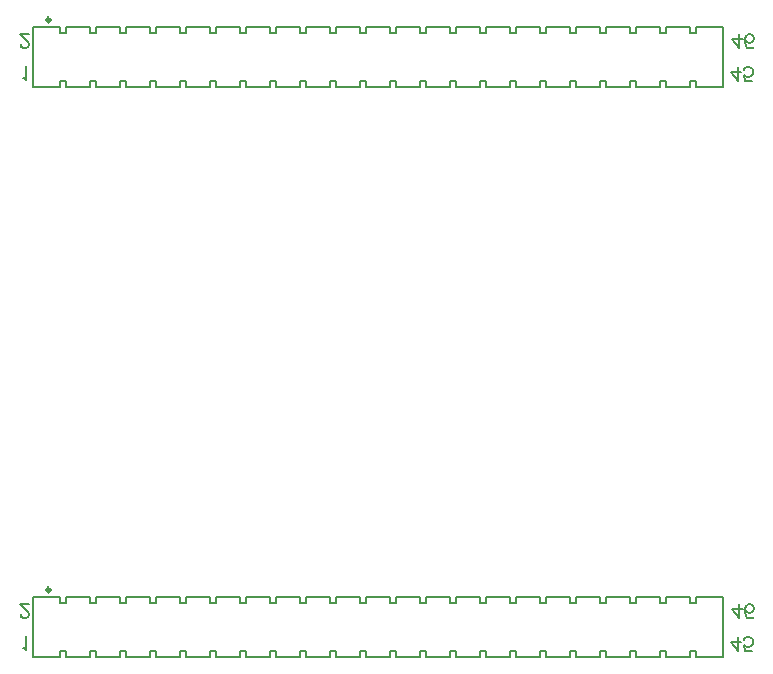
<source format=gbo>
G04 Layer_Color=32896*
%FSLAX23Y23*%
%MOIN*%
G70*
G01*
G75*
%ADD77C,0.008*%
%ADD78C,0.012*%
D77*
X2835Y1925D02*
Y1945D01*
Y2105D02*
Y2125D01*
X2915Y2105D02*
Y2125D01*
Y1925D02*
Y1945D01*
X2835Y1925D02*
X2915D01*
X2835Y2125D02*
X2915D01*
X2815Y2105D02*
X2835D01*
X2815Y1945D02*
X2835D01*
X2820Y2105D02*
X2830D01*
X2820Y1945D02*
X2830D01*
X3025Y1925D02*
Y2125D01*
X2935Y1925D02*
Y1945D01*
Y2105D02*
Y2125D01*
X3025D01*
Y1925D02*
Y2125D01*
X2935Y1925D02*
X3025D01*
X2915Y2105D02*
X2935D01*
X2915Y1945D02*
X2935D01*
X2920Y2105D02*
X2930D01*
X2920Y1945D02*
X2930D01*
X2735Y1925D02*
Y1945D01*
Y2105D02*
Y2125D01*
X2815Y2105D02*
Y2125D01*
Y1925D02*
Y1945D01*
X2735Y1925D02*
X2815D01*
X2735Y2125D02*
X2815D01*
X2635Y1925D02*
Y1945D01*
Y2105D02*
Y2125D01*
X2715Y2105D02*
Y2125D01*
Y1925D02*
Y1945D01*
Y2105D02*
X2735D01*
X2715Y1945D02*
X2735D01*
X2635Y1925D02*
X2715D01*
X2635Y2125D02*
X2715D01*
X2720Y2105D02*
X2730D01*
X2720Y1945D02*
X2730D01*
X2535Y1925D02*
Y1945D01*
Y2105D02*
Y2125D01*
X2615Y2105D02*
Y2125D01*
Y1925D02*
Y1945D01*
Y2105D02*
X2635D01*
X2615Y1945D02*
X2635D01*
X2535Y1925D02*
X2615D01*
X2535Y2125D02*
X2615D01*
X2620Y2105D02*
X2630D01*
X2620Y1945D02*
X2630D01*
X2435Y1925D02*
Y1945D01*
Y2105D02*
Y2125D01*
X2515Y2105D02*
Y2125D01*
Y1925D02*
Y1945D01*
Y2105D02*
X2535D01*
X2515Y1945D02*
X2535D01*
X2435Y1925D02*
X2515D01*
X2435Y2125D02*
X2515D01*
X2520Y2105D02*
X2530D01*
X2520Y1945D02*
X2530D01*
X2335Y1925D02*
Y1945D01*
Y2105D02*
Y2125D01*
X2415Y2105D02*
Y2125D01*
Y1925D02*
Y1945D01*
Y2105D02*
X2435D01*
X2415Y1945D02*
X2435D01*
X2335Y1925D02*
X2415D01*
X2335Y2125D02*
X2415D01*
X2420Y2105D02*
X2430D01*
X2420Y1945D02*
X2430D01*
X2235Y1925D02*
Y1945D01*
Y2105D02*
Y2125D01*
X2315Y2105D02*
Y2125D01*
Y1925D02*
Y1945D01*
Y2105D02*
X2335D01*
X2315Y1945D02*
X2335D01*
X2235Y1925D02*
X2315D01*
X2235Y2125D02*
X2315D01*
X2320Y2105D02*
X2330D01*
X2320Y1945D02*
X2330D01*
X2135Y1925D02*
Y1945D01*
Y2105D02*
Y2125D01*
X2215Y2105D02*
Y2125D01*
Y1925D02*
Y1945D01*
Y2105D02*
X2235D01*
X2215Y1945D02*
X2235D01*
X2135Y1925D02*
X2215D01*
X2135Y2125D02*
X2215D01*
X2220Y2105D02*
X2230D01*
X2220Y1945D02*
X2230D01*
X2035Y1925D02*
Y1945D01*
Y2105D02*
Y2125D01*
X2115Y2105D02*
Y2125D01*
Y1925D02*
Y1945D01*
Y2105D02*
X2135D01*
X2115Y1945D02*
X2135D01*
X2035Y1925D02*
X2115D01*
X2035Y2125D02*
X2115D01*
X2120Y2105D02*
X2130D01*
X2120Y1945D02*
X2130D01*
X1935Y1925D02*
Y1945D01*
Y2105D02*
Y2125D01*
X2015Y2105D02*
Y2125D01*
Y1925D02*
Y1945D01*
Y2105D02*
X2035D01*
X2015Y1945D02*
X2035D01*
X1935Y1925D02*
X2015D01*
X1935Y2125D02*
X2015D01*
X2020Y2105D02*
X2030D01*
X2020Y1945D02*
X2030D01*
X1835Y1925D02*
Y1945D01*
Y2105D02*
Y2125D01*
X1915Y2105D02*
Y2125D01*
Y1925D02*
Y1945D01*
Y2105D02*
X1935D01*
X1915Y1945D02*
X1935D01*
X1835Y1925D02*
X1915D01*
X1835Y2125D02*
X1915D01*
X1920Y2105D02*
X1930D01*
X1920Y1945D02*
X1930D01*
X1735Y1925D02*
Y1945D01*
Y2105D02*
Y2125D01*
X1815Y2105D02*
Y2125D01*
Y1925D02*
Y1945D01*
Y2105D02*
X1835D01*
X1815Y1945D02*
X1835D01*
X1735Y1925D02*
X1815D01*
X1735Y2125D02*
X1815D01*
X1820Y2105D02*
X1830D01*
X1820Y1945D02*
X1830D01*
X1635Y1925D02*
Y1945D01*
Y2105D02*
Y2125D01*
X1715Y2105D02*
Y2125D01*
Y1925D02*
Y1945D01*
Y2105D02*
X1735D01*
X1715Y1945D02*
X1735D01*
X1635Y1925D02*
X1715D01*
X1635Y2125D02*
X1715D01*
X1720Y2105D02*
X1730D01*
X1720Y1945D02*
X1730D01*
X1535Y1925D02*
Y1945D01*
Y2105D02*
Y2125D01*
X1615Y2105D02*
Y2125D01*
Y1925D02*
Y1945D01*
Y2105D02*
X1635D01*
X1615Y1945D02*
X1635D01*
X1535Y1925D02*
X1615D01*
X1535Y2125D02*
X1615D01*
X1620Y2105D02*
X1630D01*
X1620Y1945D02*
X1630D01*
X1435Y1925D02*
Y1945D01*
Y2105D02*
Y2125D01*
X1515Y2105D02*
Y2125D01*
Y1925D02*
Y1945D01*
Y2105D02*
X1535D01*
X1515Y1945D02*
X1535D01*
X1435Y1925D02*
X1515D01*
X1435Y2125D02*
X1515D01*
X1520Y2105D02*
X1530D01*
X1520Y1945D02*
X1530D01*
X1335Y1925D02*
Y1945D01*
Y2105D02*
Y2125D01*
X1415Y2105D02*
Y2125D01*
Y1925D02*
Y1945D01*
Y2105D02*
X1435D01*
X1415Y1945D02*
X1435D01*
X1335Y1925D02*
X1415D01*
X1335Y2125D02*
X1415D01*
X1420Y2105D02*
X1430D01*
X1420Y1945D02*
X1430D01*
X1235Y1925D02*
Y1945D01*
Y2105D02*
Y2125D01*
X1315Y2105D02*
Y2125D01*
Y1925D02*
Y1945D01*
Y2105D02*
X1335D01*
X1315Y1945D02*
X1335D01*
X1235Y1925D02*
X1315D01*
X1235Y2125D02*
X1315D01*
X1320Y2105D02*
X1330D01*
X1320Y1945D02*
X1330D01*
X1135Y1925D02*
Y1945D01*
Y2105D02*
Y2125D01*
X1215Y2105D02*
Y2125D01*
Y1925D02*
Y1945D01*
Y2105D02*
X1235D01*
X1215Y1945D02*
X1235D01*
X1135Y1925D02*
X1215D01*
X1135Y2125D02*
X1215D01*
X1220Y2105D02*
X1230D01*
X1220Y1945D02*
X1230D01*
X1035Y1925D02*
Y1945D01*
Y2105D02*
Y2125D01*
X1115Y2105D02*
Y2125D01*
Y1925D02*
Y1945D01*
Y2105D02*
X1135D01*
X1115Y1945D02*
X1135D01*
X1035Y1925D02*
X1115D01*
X1035Y2125D02*
X1115D01*
X1120Y2105D02*
X1130D01*
X1120Y1945D02*
X1130D01*
X935Y1925D02*
Y1945D01*
Y2105D02*
Y2125D01*
X1015Y2105D02*
Y2125D01*
Y1925D02*
Y1945D01*
Y2105D02*
X1035D01*
X1015Y1945D02*
X1035D01*
X935Y1925D02*
X1015D01*
X935Y2125D02*
X1015D01*
X1020Y2105D02*
X1030D01*
X1020Y1945D02*
X1030D01*
X725Y1925D02*
Y2125D01*
X815Y2105D02*
Y2125D01*
Y1925D02*
Y1945D01*
Y2105D02*
X835D01*
X815Y1945D02*
X835D01*
Y1925D02*
Y1945D01*
Y2105D02*
Y2125D01*
X915Y2105D02*
Y2125D01*
Y1925D02*
Y1945D01*
Y2105D02*
X935D01*
X915Y1945D02*
X935D01*
X835Y1925D02*
X915D01*
X725D02*
X815D01*
X725Y2125D02*
X815D01*
X835D02*
X915D01*
X820Y2105D02*
X830D01*
X920D02*
X930D01*
X920Y1945D02*
X930D01*
X2835Y25D02*
Y45D01*
Y205D02*
Y225D01*
X2915Y205D02*
Y225D01*
Y25D02*
Y45D01*
X2835Y25D02*
X2915D01*
X2835Y225D02*
X2915D01*
X2815Y205D02*
X2835D01*
X2815Y45D02*
X2835D01*
X2820Y205D02*
X2830D01*
X2820Y45D02*
X2830D01*
X3025Y25D02*
Y225D01*
X2935Y25D02*
Y45D01*
Y205D02*
Y225D01*
X3025D01*
Y25D02*
Y225D01*
X2935Y25D02*
X3025D01*
X2915Y205D02*
X2935D01*
X2915Y45D02*
X2935D01*
X2920Y205D02*
X2930D01*
X2920Y45D02*
X2930D01*
X2735Y25D02*
Y45D01*
Y205D02*
Y225D01*
X2815Y205D02*
Y225D01*
Y25D02*
Y45D01*
X2735Y25D02*
X2815D01*
X2735Y225D02*
X2815D01*
X2635Y25D02*
Y45D01*
Y205D02*
Y225D01*
X2715Y205D02*
Y225D01*
Y25D02*
Y45D01*
Y205D02*
X2735D01*
X2715Y45D02*
X2735D01*
X2635Y25D02*
X2715D01*
X2635Y225D02*
X2715D01*
X2720Y205D02*
X2730D01*
X2720Y45D02*
X2730D01*
X2535Y25D02*
Y45D01*
Y205D02*
Y225D01*
X2615Y205D02*
Y225D01*
Y25D02*
Y45D01*
Y205D02*
X2635D01*
X2615Y45D02*
X2635D01*
X2535Y25D02*
X2615D01*
X2535Y225D02*
X2615D01*
X2620Y205D02*
X2630D01*
X2620Y45D02*
X2630D01*
X2435Y25D02*
Y45D01*
Y205D02*
Y225D01*
X2515Y205D02*
Y225D01*
Y25D02*
Y45D01*
Y205D02*
X2535D01*
X2515Y45D02*
X2535D01*
X2435Y25D02*
X2515D01*
X2435Y225D02*
X2515D01*
X2520Y205D02*
X2530D01*
X2520Y45D02*
X2530D01*
X2335Y25D02*
Y45D01*
Y205D02*
Y225D01*
X2415Y205D02*
Y225D01*
Y25D02*
Y45D01*
Y205D02*
X2435D01*
X2415Y45D02*
X2435D01*
X2335Y25D02*
X2415D01*
X2335Y225D02*
X2415D01*
X2420Y205D02*
X2430D01*
X2420Y45D02*
X2430D01*
X2235Y25D02*
Y45D01*
Y205D02*
Y225D01*
X2315Y205D02*
Y225D01*
Y25D02*
Y45D01*
Y205D02*
X2335D01*
X2315Y45D02*
X2335D01*
X2235Y25D02*
X2315D01*
X2235Y225D02*
X2315D01*
X2320Y205D02*
X2330D01*
X2320Y45D02*
X2330D01*
X2135Y25D02*
Y45D01*
Y205D02*
Y225D01*
X2215Y205D02*
Y225D01*
Y25D02*
Y45D01*
Y205D02*
X2235D01*
X2215Y45D02*
X2235D01*
X2135Y25D02*
X2215D01*
X2135Y225D02*
X2215D01*
X2220Y205D02*
X2230D01*
X2220Y45D02*
X2230D01*
X2035Y25D02*
Y45D01*
Y205D02*
Y225D01*
X2115Y205D02*
Y225D01*
Y25D02*
Y45D01*
Y205D02*
X2135D01*
X2115Y45D02*
X2135D01*
X2035Y25D02*
X2115D01*
X2035Y225D02*
X2115D01*
X2120Y205D02*
X2130D01*
X2120Y45D02*
X2130D01*
X1935Y25D02*
Y45D01*
Y205D02*
Y225D01*
X2015Y205D02*
Y225D01*
Y25D02*
Y45D01*
Y205D02*
X2035D01*
X2015Y45D02*
X2035D01*
X1935Y25D02*
X2015D01*
X1935Y225D02*
X2015D01*
X2020Y205D02*
X2030D01*
X2020Y45D02*
X2030D01*
X1835Y25D02*
Y45D01*
Y205D02*
Y225D01*
X1915Y205D02*
Y225D01*
Y25D02*
Y45D01*
Y205D02*
X1935D01*
X1915Y45D02*
X1935D01*
X1835Y25D02*
X1915D01*
X1835Y225D02*
X1915D01*
X1920Y205D02*
X1930D01*
X1920Y45D02*
X1930D01*
X1735Y25D02*
Y45D01*
Y205D02*
Y225D01*
X1815Y205D02*
Y225D01*
Y25D02*
Y45D01*
Y205D02*
X1835D01*
X1815Y45D02*
X1835D01*
X1735Y25D02*
X1815D01*
X1735Y225D02*
X1815D01*
X1820Y205D02*
X1830D01*
X1820Y45D02*
X1830D01*
X1635Y25D02*
Y45D01*
Y205D02*
Y225D01*
X1715Y205D02*
Y225D01*
Y25D02*
Y45D01*
Y205D02*
X1735D01*
X1715Y45D02*
X1735D01*
X1635Y25D02*
X1715D01*
X1635Y225D02*
X1715D01*
X1720Y205D02*
X1730D01*
X1720Y45D02*
X1730D01*
X1535Y25D02*
Y45D01*
Y205D02*
Y225D01*
X1615Y205D02*
Y225D01*
Y25D02*
Y45D01*
Y205D02*
X1635D01*
X1615Y45D02*
X1635D01*
X1535Y25D02*
X1615D01*
X1535Y225D02*
X1615D01*
X1620Y205D02*
X1630D01*
X1620Y45D02*
X1630D01*
X1435Y25D02*
Y45D01*
Y205D02*
Y225D01*
X1515Y205D02*
Y225D01*
Y25D02*
Y45D01*
Y205D02*
X1535D01*
X1515Y45D02*
X1535D01*
X1435Y25D02*
X1515D01*
X1435Y225D02*
X1515D01*
X1520Y205D02*
X1530D01*
X1520Y45D02*
X1530D01*
X1335Y25D02*
Y45D01*
Y205D02*
Y225D01*
X1415Y205D02*
Y225D01*
Y25D02*
Y45D01*
Y205D02*
X1435D01*
X1415Y45D02*
X1435D01*
X1335Y25D02*
X1415D01*
X1335Y225D02*
X1415D01*
X1420Y205D02*
X1430D01*
X1420Y45D02*
X1430D01*
X1235Y25D02*
Y45D01*
Y205D02*
Y225D01*
X1315Y205D02*
Y225D01*
Y25D02*
Y45D01*
Y205D02*
X1335D01*
X1315Y45D02*
X1335D01*
X1235Y25D02*
X1315D01*
X1235Y225D02*
X1315D01*
X1320Y205D02*
X1330D01*
X1320Y45D02*
X1330D01*
X1135Y25D02*
Y45D01*
Y205D02*
Y225D01*
X1215Y205D02*
Y225D01*
Y25D02*
Y45D01*
Y205D02*
X1235D01*
X1215Y45D02*
X1235D01*
X1135Y25D02*
X1215D01*
X1135Y225D02*
X1215D01*
X1220Y205D02*
X1230D01*
X1220Y45D02*
X1230D01*
X1035Y25D02*
Y45D01*
Y205D02*
Y225D01*
X1115Y205D02*
Y225D01*
Y25D02*
Y45D01*
Y205D02*
X1135D01*
X1115Y45D02*
X1135D01*
X1035Y25D02*
X1115D01*
X1035Y225D02*
X1115D01*
X1120Y205D02*
X1130D01*
X1120Y45D02*
X1130D01*
X935Y25D02*
Y45D01*
Y205D02*
Y225D01*
X1015Y205D02*
Y225D01*
Y25D02*
Y45D01*
Y205D02*
X1035D01*
X1015Y45D02*
X1035D01*
X935Y25D02*
X1015D01*
X935Y225D02*
X1015D01*
X1020Y205D02*
X1030D01*
X1020Y45D02*
X1030D01*
X725Y25D02*
Y225D01*
X815Y205D02*
Y225D01*
Y25D02*
Y45D01*
Y205D02*
X835D01*
X815Y45D02*
X835D01*
Y25D02*
Y45D01*
Y205D02*
Y225D01*
X915Y205D02*
Y225D01*
Y25D02*
Y45D01*
Y205D02*
X935D01*
X915Y45D02*
X935D01*
X835Y25D02*
X915D01*
X725D02*
X815D01*
X725Y225D02*
X815D01*
X835D02*
X915D01*
X820Y205D02*
X830D01*
X920D02*
X930D01*
X920Y45D02*
X930D01*
X683Y2066D02*
Y2064D01*
X685Y2059D01*
X687Y2057D01*
X692Y2055D01*
X701D01*
X705Y2057D01*
X707Y2059D01*
X710Y2064D01*
Y2068D01*
X707Y2073D01*
X703Y2079D01*
X680Y2102D01*
X712D01*
X3074Y1943D02*
X3051Y1975D01*
X3085D01*
X3074Y1943D02*
Y1991D01*
X3120Y1943D02*
X3098D01*
X3096Y1964D01*
X3098Y1961D01*
X3105Y1959D01*
X3111D01*
X3118Y1961D01*
X3123Y1966D01*
X3125Y1973D01*
Y1977D01*
X3123Y1984D01*
X3118Y1988D01*
X3111Y1991D01*
X3105D01*
X3098Y1988D01*
X3096Y1986D01*
X3093Y1982D01*
X3079Y2053D02*
X3056Y2084D01*
X3090D01*
X3079Y2053D02*
Y2100D01*
X3125Y2059D02*
X3123Y2055D01*
X3116Y2053D01*
X3112D01*
X3105Y2055D01*
X3101Y2062D01*
X3098Y2073D01*
Y2084D01*
X3101Y2093D01*
X3105Y2098D01*
X3112Y2100D01*
X3114D01*
X3121Y2098D01*
X3125Y2093D01*
X3128Y2086D01*
Y2084D01*
X3125Y2077D01*
X3121Y2073D01*
X3114Y2071D01*
X3112D01*
X3105Y2073D01*
X3101Y2077D01*
X3098Y2084D01*
X690Y1955D02*
X695Y1953D01*
X702Y1946D01*
Y1993D01*
X683Y166D02*
Y164D01*
X685Y159D01*
X687Y157D01*
X692Y155D01*
X701D01*
X705Y157D01*
X707Y159D01*
X710Y164D01*
Y168D01*
X707Y173D01*
X703Y179D01*
X680Y202D01*
X712D01*
X3074Y43D02*
X3051Y75D01*
X3085D01*
X3074Y43D02*
Y91D01*
X3120Y43D02*
X3098D01*
X3096Y64D01*
X3098Y61D01*
X3105Y59D01*
X3111D01*
X3118Y61D01*
X3123Y66D01*
X3125Y73D01*
Y77D01*
X3123Y84D01*
X3118Y88D01*
X3111Y91D01*
X3105D01*
X3098Y88D01*
X3096Y86D01*
X3093Y82D01*
X3079Y153D02*
X3056Y184D01*
X3090D01*
X3079Y153D02*
Y200D01*
X3125Y159D02*
X3123Y155D01*
X3116Y153D01*
X3112D01*
X3105Y155D01*
X3101Y162D01*
X3098Y173D01*
Y184D01*
X3101Y193D01*
X3105Y198D01*
X3112Y200D01*
X3114D01*
X3121Y198D01*
X3125Y193D01*
X3128Y186D01*
Y184D01*
X3125Y177D01*
X3121Y173D01*
X3114Y171D01*
X3112D01*
X3105Y173D01*
X3101Y177D01*
X3098Y184D01*
X690Y55D02*
X695Y53D01*
X702Y46D01*
Y93D01*
D78*
X782Y2148D02*
G03*
X782Y2148I-6J0D01*
G01*
Y248D02*
G03*
X782Y248I-6J0D01*
G01*
M02*

</source>
